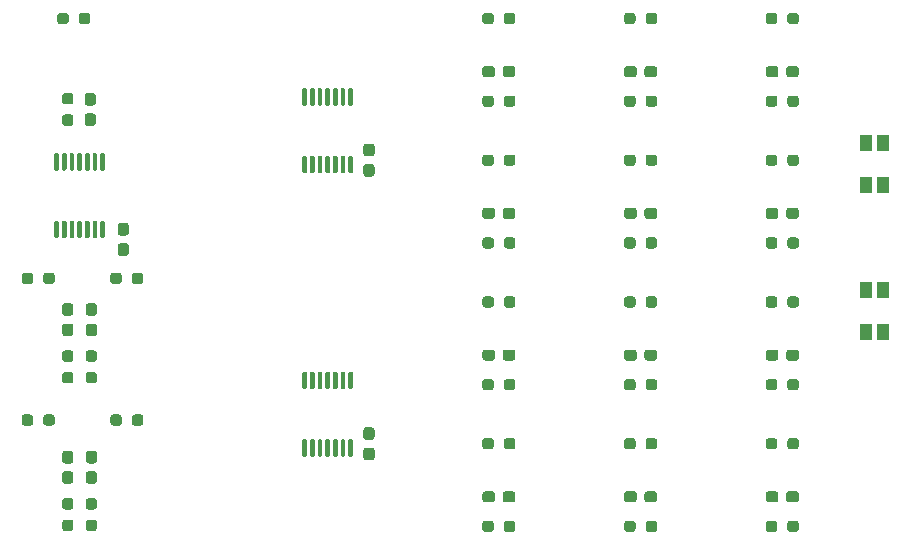
<source format=gbr>
%TF.GenerationSoftware,KiCad,Pcbnew,5.1.12-84ad8e8a86~92~ubuntu20.04.1*%
%TF.CreationDate,2022-04-07T20:47:10+02:00*%
%TF.ProjectId,bkm-15r-mini,626b6d2d-3135-4722-9d6d-696e692e6b69,rev?*%
%TF.SameCoordinates,Original*%
%TF.FileFunction,Paste,Top*%
%TF.FilePolarity,Positive*%
%FSLAX46Y46*%
G04 Gerber Fmt 4.6, Leading zero omitted, Abs format (unit mm)*
G04 Created by KiCad (PCBNEW 5.1.12-84ad8e8a86~92~ubuntu20.04.1) date 2022-04-07 20:47:10*
%MOMM*%
%LPD*%
G01*
G04 APERTURE LIST*
%ADD10R,1.050000X1.400000*%
G04 APERTURE END LIST*
%TO.C,C102*%
G36*
G01*
X158325000Y-34837500D02*
X158325000Y-34362500D01*
G75*
G02*
X158562500Y-34125000I237500J0D01*
G01*
X159162500Y-34125000D01*
G75*
G02*
X159400000Y-34362500I0J-237500D01*
G01*
X159400000Y-34837500D01*
G75*
G02*
X159162500Y-35075000I-237500J0D01*
G01*
X158562500Y-35075000D01*
G75*
G02*
X158325000Y-34837500I0J237500D01*
G01*
G37*
G36*
G01*
X156600000Y-34837500D02*
X156600000Y-34362500D01*
G75*
G02*
X156837500Y-34125000I237500J0D01*
G01*
X157437500Y-34125000D01*
G75*
G02*
X157675000Y-34362500I0J-237500D01*
G01*
X157675000Y-34837500D01*
G75*
G02*
X157437500Y-35075000I-237500J0D01*
G01*
X156837500Y-35075000D01*
G75*
G02*
X156600000Y-34837500I0J237500D01*
G01*
G37*
%TD*%
%TO.C,C103*%
G36*
G01*
X144600000Y-34837500D02*
X144600000Y-34362500D01*
G75*
G02*
X144837500Y-34125000I237500J0D01*
G01*
X145437500Y-34125000D01*
G75*
G02*
X145675000Y-34362500I0J-237500D01*
G01*
X145675000Y-34837500D01*
G75*
G02*
X145437500Y-35075000I-237500J0D01*
G01*
X144837500Y-35075000D01*
G75*
G02*
X144600000Y-34837500I0J237500D01*
G01*
G37*
G36*
G01*
X146325000Y-34837500D02*
X146325000Y-34362500D01*
G75*
G02*
X146562500Y-34125000I237500J0D01*
G01*
X147162500Y-34125000D01*
G75*
G02*
X147400000Y-34362500I0J-237500D01*
G01*
X147400000Y-34837500D01*
G75*
G02*
X147162500Y-35075000I-237500J0D01*
G01*
X146562500Y-35075000D01*
G75*
G02*
X146325000Y-34837500I0J237500D01*
G01*
G37*
%TD*%
%TO.C,C101*%
G36*
G01*
X168600000Y-34837500D02*
X168600000Y-34362500D01*
G75*
G02*
X168837500Y-34125000I237500J0D01*
G01*
X169437500Y-34125000D01*
G75*
G02*
X169675000Y-34362500I0J-237500D01*
G01*
X169675000Y-34837500D01*
G75*
G02*
X169437500Y-35075000I-237500J0D01*
G01*
X168837500Y-35075000D01*
G75*
G02*
X168600000Y-34837500I0J237500D01*
G01*
G37*
G36*
G01*
X170325000Y-34837500D02*
X170325000Y-34362500D01*
G75*
G02*
X170562500Y-34125000I237500J0D01*
G01*
X171162500Y-34125000D01*
G75*
G02*
X171400000Y-34362500I0J-237500D01*
G01*
X171400000Y-34837500D01*
G75*
G02*
X171162500Y-35075000I-237500J0D01*
G01*
X170562500Y-35075000D01*
G75*
G02*
X170325000Y-34837500I0J237500D01*
G01*
G37*
%TD*%
%TO.C,C106*%
G36*
G01*
X144600000Y-46837500D02*
X144600000Y-46362500D01*
G75*
G02*
X144837500Y-46125000I237500J0D01*
G01*
X145437500Y-46125000D01*
G75*
G02*
X145675000Y-46362500I0J-237500D01*
G01*
X145675000Y-46837500D01*
G75*
G02*
X145437500Y-47075000I-237500J0D01*
G01*
X144837500Y-47075000D01*
G75*
G02*
X144600000Y-46837500I0J237500D01*
G01*
G37*
G36*
G01*
X146325000Y-46837500D02*
X146325000Y-46362500D01*
G75*
G02*
X146562500Y-46125000I237500J0D01*
G01*
X147162500Y-46125000D01*
G75*
G02*
X147400000Y-46362500I0J-237500D01*
G01*
X147400000Y-46837500D01*
G75*
G02*
X147162500Y-47075000I-237500J0D01*
G01*
X146562500Y-47075000D01*
G75*
G02*
X146325000Y-46837500I0J237500D01*
G01*
G37*
%TD*%
%TO.C,C104*%
G36*
G01*
X170325000Y-46837500D02*
X170325000Y-46362500D01*
G75*
G02*
X170562500Y-46125000I237500J0D01*
G01*
X171162500Y-46125000D01*
G75*
G02*
X171400000Y-46362500I0J-237500D01*
G01*
X171400000Y-46837500D01*
G75*
G02*
X171162500Y-47075000I-237500J0D01*
G01*
X170562500Y-47075000D01*
G75*
G02*
X170325000Y-46837500I0J237500D01*
G01*
G37*
G36*
G01*
X168600000Y-46837500D02*
X168600000Y-46362500D01*
G75*
G02*
X168837500Y-46125000I237500J0D01*
G01*
X169437500Y-46125000D01*
G75*
G02*
X169675000Y-46362500I0J-237500D01*
G01*
X169675000Y-46837500D01*
G75*
G02*
X169437500Y-47075000I-237500J0D01*
G01*
X168837500Y-47075000D01*
G75*
G02*
X168600000Y-46837500I0J237500D01*
G01*
G37*
%TD*%
%TO.C,C105*%
G36*
G01*
X156600000Y-46837500D02*
X156600000Y-46362500D01*
G75*
G02*
X156837500Y-46125000I237500J0D01*
G01*
X157437500Y-46125000D01*
G75*
G02*
X157675000Y-46362500I0J-237500D01*
G01*
X157675000Y-46837500D01*
G75*
G02*
X157437500Y-47075000I-237500J0D01*
G01*
X156837500Y-47075000D01*
G75*
G02*
X156600000Y-46837500I0J237500D01*
G01*
G37*
G36*
G01*
X158325000Y-46837500D02*
X158325000Y-46362500D01*
G75*
G02*
X158562500Y-46125000I237500J0D01*
G01*
X159162500Y-46125000D01*
G75*
G02*
X159400000Y-46362500I0J-237500D01*
G01*
X159400000Y-46837500D01*
G75*
G02*
X159162500Y-47075000I-237500J0D01*
G01*
X158562500Y-47075000D01*
G75*
G02*
X158325000Y-46837500I0J237500D01*
G01*
G37*
%TD*%
%TO.C,C109*%
G36*
G01*
X146325000Y-58837500D02*
X146325000Y-58362500D01*
G75*
G02*
X146562500Y-58125000I237500J0D01*
G01*
X147162500Y-58125000D01*
G75*
G02*
X147400000Y-58362500I0J-237500D01*
G01*
X147400000Y-58837500D01*
G75*
G02*
X147162500Y-59075000I-237500J0D01*
G01*
X146562500Y-59075000D01*
G75*
G02*
X146325000Y-58837500I0J237500D01*
G01*
G37*
G36*
G01*
X144600000Y-58837500D02*
X144600000Y-58362500D01*
G75*
G02*
X144837500Y-58125000I237500J0D01*
G01*
X145437500Y-58125000D01*
G75*
G02*
X145675000Y-58362500I0J-237500D01*
G01*
X145675000Y-58837500D01*
G75*
G02*
X145437500Y-59075000I-237500J0D01*
G01*
X144837500Y-59075000D01*
G75*
G02*
X144600000Y-58837500I0J237500D01*
G01*
G37*
%TD*%
%TO.C,C107*%
G36*
G01*
X170325000Y-58837500D02*
X170325000Y-58362500D01*
G75*
G02*
X170562500Y-58125000I237500J0D01*
G01*
X171162500Y-58125000D01*
G75*
G02*
X171400000Y-58362500I0J-237500D01*
G01*
X171400000Y-58837500D01*
G75*
G02*
X171162500Y-59075000I-237500J0D01*
G01*
X170562500Y-59075000D01*
G75*
G02*
X170325000Y-58837500I0J237500D01*
G01*
G37*
G36*
G01*
X168600000Y-58837500D02*
X168600000Y-58362500D01*
G75*
G02*
X168837500Y-58125000I237500J0D01*
G01*
X169437500Y-58125000D01*
G75*
G02*
X169675000Y-58362500I0J-237500D01*
G01*
X169675000Y-58837500D01*
G75*
G02*
X169437500Y-59075000I-237500J0D01*
G01*
X168837500Y-59075000D01*
G75*
G02*
X168600000Y-58837500I0J237500D01*
G01*
G37*
%TD*%
%TO.C,C108*%
G36*
G01*
X156600000Y-58837500D02*
X156600000Y-58362500D01*
G75*
G02*
X156837500Y-58125000I237500J0D01*
G01*
X157437500Y-58125000D01*
G75*
G02*
X157675000Y-58362500I0J-237500D01*
G01*
X157675000Y-58837500D01*
G75*
G02*
X157437500Y-59075000I-237500J0D01*
G01*
X156837500Y-59075000D01*
G75*
G02*
X156600000Y-58837500I0J237500D01*
G01*
G37*
G36*
G01*
X158325000Y-58837500D02*
X158325000Y-58362500D01*
G75*
G02*
X158562500Y-58125000I237500J0D01*
G01*
X159162500Y-58125000D01*
G75*
G02*
X159400000Y-58362500I0J-237500D01*
G01*
X159400000Y-58837500D01*
G75*
G02*
X159162500Y-59075000I-237500J0D01*
G01*
X158562500Y-59075000D01*
G75*
G02*
X158325000Y-58837500I0J237500D01*
G01*
G37*
%TD*%
%TO.C,C110*%
G36*
G01*
X170325000Y-70837500D02*
X170325000Y-70362500D01*
G75*
G02*
X170562500Y-70125000I237500J0D01*
G01*
X171162500Y-70125000D01*
G75*
G02*
X171400000Y-70362500I0J-237500D01*
G01*
X171400000Y-70837500D01*
G75*
G02*
X171162500Y-71075000I-237500J0D01*
G01*
X170562500Y-71075000D01*
G75*
G02*
X170325000Y-70837500I0J237500D01*
G01*
G37*
G36*
G01*
X168600000Y-70837500D02*
X168600000Y-70362500D01*
G75*
G02*
X168837500Y-70125000I237500J0D01*
G01*
X169437500Y-70125000D01*
G75*
G02*
X169675000Y-70362500I0J-237500D01*
G01*
X169675000Y-70837500D01*
G75*
G02*
X169437500Y-71075000I-237500J0D01*
G01*
X168837500Y-71075000D01*
G75*
G02*
X168600000Y-70837500I0J237500D01*
G01*
G37*
%TD*%
%TO.C,C111*%
G36*
G01*
X158325000Y-70837500D02*
X158325000Y-70362500D01*
G75*
G02*
X158562500Y-70125000I237500J0D01*
G01*
X159162500Y-70125000D01*
G75*
G02*
X159400000Y-70362500I0J-237500D01*
G01*
X159400000Y-70837500D01*
G75*
G02*
X159162500Y-71075000I-237500J0D01*
G01*
X158562500Y-71075000D01*
G75*
G02*
X158325000Y-70837500I0J237500D01*
G01*
G37*
G36*
G01*
X156600000Y-70837500D02*
X156600000Y-70362500D01*
G75*
G02*
X156837500Y-70125000I237500J0D01*
G01*
X157437500Y-70125000D01*
G75*
G02*
X157675000Y-70362500I0J-237500D01*
G01*
X157675000Y-70837500D01*
G75*
G02*
X157437500Y-71075000I-237500J0D01*
G01*
X156837500Y-71075000D01*
G75*
G02*
X156600000Y-70837500I0J237500D01*
G01*
G37*
%TD*%
%TO.C,C112*%
G36*
G01*
X146325000Y-70837500D02*
X146325000Y-70362500D01*
G75*
G02*
X146562500Y-70125000I237500J0D01*
G01*
X147162500Y-70125000D01*
G75*
G02*
X147400000Y-70362500I0J-237500D01*
G01*
X147400000Y-70837500D01*
G75*
G02*
X147162500Y-71075000I-237500J0D01*
G01*
X146562500Y-71075000D01*
G75*
G02*
X146325000Y-70837500I0J237500D01*
G01*
G37*
G36*
G01*
X144600000Y-70837500D02*
X144600000Y-70362500D01*
G75*
G02*
X144837500Y-70125000I237500J0D01*
G01*
X145437500Y-70125000D01*
G75*
G02*
X145675000Y-70362500I0J-237500D01*
G01*
X145675000Y-70837500D01*
G75*
G02*
X145437500Y-71075000I-237500J0D01*
G01*
X144837500Y-71075000D01*
G75*
G02*
X144600000Y-70837500I0J237500D01*
G01*
G37*
%TD*%
%TO.C,C113*%
G36*
G01*
X134762500Y-40700000D02*
X135237500Y-40700000D01*
G75*
G02*
X135475000Y-40937500I0J-237500D01*
G01*
X135475000Y-41537500D01*
G75*
G02*
X135237500Y-41775000I-237500J0D01*
G01*
X134762500Y-41775000D01*
G75*
G02*
X134525000Y-41537500I0J237500D01*
G01*
X134525000Y-40937500D01*
G75*
G02*
X134762500Y-40700000I237500J0D01*
G01*
G37*
G36*
G01*
X134762500Y-42425000D02*
X135237500Y-42425000D01*
G75*
G02*
X135475000Y-42662500I0J-237500D01*
G01*
X135475000Y-43262500D01*
G75*
G02*
X135237500Y-43500000I-237500J0D01*
G01*
X134762500Y-43500000D01*
G75*
G02*
X134525000Y-43262500I0J237500D01*
G01*
X134525000Y-42662500D01*
G75*
G02*
X134762500Y-42425000I237500J0D01*
G01*
G37*
%TD*%
%TO.C,C114*%
G36*
G01*
X134762500Y-66425000D02*
X135237500Y-66425000D01*
G75*
G02*
X135475000Y-66662500I0J-237500D01*
G01*
X135475000Y-67262500D01*
G75*
G02*
X135237500Y-67500000I-237500J0D01*
G01*
X134762500Y-67500000D01*
G75*
G02*
X134525000Y-67262500I0J237500D01*
G01*
X134525000Y-66662500D01*
G75*
G02*
X134762500Y-66425000I237500J0D01*
G01*
G37*
G36*
G01*
X134762500Y-64700000D02*
X135237500Y-64700000D01*
G75*
G02*
X135475000Y-64937500I0J-237500D01*
G01*
X135475000Y-65537500D01*
G75*
G02*
X135237500Y-65775000I-237500J0D01*
G01*
X134762500Y-65775000D01*
G75*
G02*
X134525000Y-65537500I0J237500D01*
G01*
X134525000Y-64937500D01*
G75*
G02*
X134762500Y-64700000I237500J0D01*
G01*
G37*
%TD*%
%TO.C,C201*%
G36*
G01*
X111262500Y-54200000D02*
X111737500Y-54200000D01*
G75*
G02*
X111975000Y-54437500I0J-237500D01*
G01*
X111975000Y-55037500D01*
G75*
G02*
X111737500Y-55275000I-237500J0D01*
G01*
X111262500Y-55275000D01*
G75*
G02*
X111025000Y-55037500I0J237500D01*
G01*
X111025000Y-54437500D01*
G75*
G02*
X111262500Y-54200000I237500J0D01*
G01*
G37*
G36*
G01*
X111262500Y-55925000D02*
X111737500Y-55925000D01*
G75*
G02*
X111975000Y-56162500I0J-237500D01*
G01*
X111975000Y-56762500D01*
G75*
G02*
X111737500Y-57000000I-237500J0D01*
G01*
X111262500Y-57000000D01*
G75*
G02*
X111025000Y-56762500I0J237500D01*
G01*
X111025000Y-56162500D01*
G75*
G02*
X111262500Y-55925000I237500J0D01*
G01*
G37*
%TD*%
%TO.C,C202*%
G36*
G01*
X109262500Y-54200000D02*
X109737500Y-54200000D01*
G75*
G02*
X109975000Y-54437500I0J-237500D01*
G01*
X109975000Y-55037500D01*
G75*
G02*
X109737500Y-55275000I-237500J0D01*
G01*
X109262500Y-55275000D01*
G75*
G02*
X109025000Y-55037500I0J237500D01*
G01*
X109025000Y-54437500D01*
G75*
G02*
X109262500Y-54200000I237500J0D01*
G01*
G37*
G36*
G01*
X109262500Y-55925000D02*
X109737500Y-55925000D01*
G75*
G02*
X109975000Y-56162500I0J-237500D01*
G01*
X109975000Y-56762500D01*
G75*
G02*
X109737500Y-57000000I-237500J0D01*
G01*
X109262500Y-57000000D01*
G75*
G02*
X109025000Y-56762500I0J237500D01*
G01*
X109025000Y-56162500D01*
G75*
G02*
X109262500Y-55925000I237500J0D01*
G01*
G37*
%TD*%
%TO.C,C203*%
G36*
G01*
X111262500Y-66700000D02*
X111737500Y-66700000D01*
G75*
G02*
X111975000Y-66937500I0J-237500D01*
G01*
X111975000Y-67537500D01*
G75*
G02*
X111737500Y-67775000I-237500J0D01*
G01*
X111262500Y-67775000D01*
G75*
G02*
X111025000Y-67537500I0J237500D01*
G01*
X111025000Y-66937500D01*
G75*
G02*
X111262500Y-66700000I237500J0D01*
G01*
G37*
G36*
G01*
X111262500Y-68425000D02*
X111737500Y-68425000D01*
G75*
G02*
X111975000Y-68662500I0J-237500D01*
G01*
X111975000Y-69262500D01*
G75*
G02*
X111737500Y-69500000I-237500J0D01*
G01*
X111262500Y-69500000D01*
G75*
G02*
X111025000Y-69262500I0J237500D01*
G01*
X111025000Y-68662500D01*
G75*
G02*
X111262500Y-68425000I237500J0D01*
G01*
G37*
%TD*%
%TO.C,C204*%
G36*
G01*
X109262500Y-68425000D02*
X109737500Y-68425000D01*
G75*
G02*
X109975000Y-68662500I0J-237500D01*
G01*
X109975000Y-69262500D01*
G75*
G02*
X109737500Y-69500000I-237500J0D01*
G01*
X109262500Y-69500000D01*
G75*
G02*
X109025000Y-69262500I0J237500D01*
G01*
X109025000Y-68662500D01*
G75*
G02*
X109262500Y-68425000I237500J0D01*
G01*
G37*
G36*
G01*
X109262500Y-66700000D02*
X109737500Y-66700000D01*
G75*
G02*
X109975000Y-66937500I0J-237500D01*
G01*
X109975000Y-67537500D01*
G75*
G02*
X109737500Y-67775000I-237500J0D01*
G01*
X109262500Y-67775000D01*
G75*
G02*
X109025000Y-67537500I0J237500D01*
G01*
X109025000Y-66937500D01*
G75*
G02*
X109262500Y-66700000I237500J0D01*
G01*
G37*
%TD*%
%TO.C,C205*%
G36*
G01*
X111637500Y-39200000D02*
X111162500Y-39200000D01*
G75*
G02*
X110925000Y-38962500I0J237500D01*
G01*
X110925000Y-38362500D01*
G75*
G02*
X111162500Y-38125000I237500J0D01*
G01*
X111637500Y-38125000D01*
G75*
G02*
X111875000Y-38362500I0J-237500D01*
G01*
X111875000Y-38962500D01*
G75*
G02*
X111637500Y-39200000I-237500J0D01*
G01*
G37*
G36*
G01*
X111637500Y-37475000D02*
X111162500Y-37475000D01*
G75*
G02*
X110925000Y-37237500I0J237500D01*
G01*
X110925000Y-36637500D01*
G75*
G02*
X111162500Y-36400000I237500J0D01*
G01*
X111637500Y-36400000D01*
G75*
G02*
X111875000Y-36637500I0J-237500D01*
G01*
X111875000Y-37237500D01*
G75*
G02*
X111637500Y-37475000I-237500J0D01*
G01*
G37*
%TD*%
%TO.C,C206*%
G36*
G01*
X114437500Y-48475000D02*
X113962500Y-48475000D01*
G75*
G02*
X113725000Y-48237500I0J237500D01*
G01*
X113725000Y-47637500D01*
G75*
G02*
X113962500Y-47400000I237500J0D01*
G01*
X114437500Y-47400000D01*
G75*
G02*
X114675000Y-47637500I0J-237500D01*
G01*
X114675000Y-48237500D01*
G75*
G02*
X114437500Y-48475000I-237500J0D01*
G01*
G37*
G36*
G01*
X114437500Y-50200000D02*
X113962500Y-50200000D01*
G75*
G02*
X113725000Y-49962500I0J237500D01*
G01*
X113725000Y-49362500D01*
G75*
G02*
X113962500Y-49125000I237500J0D01*
G01*
X114437500Y-49125000D01*
G75*
G02*
X114675000Y-49362500I0J-237500D01*
G01*
X114675000Y-49962500D01*
G75*
G02*
X114437500Y-50200000I-237500J0D01*
G01*
G37*
%TD*%
%TO.C,R102*%
G36*
G01*
X157575000Y-29862500D02*
X157575000Y-30337500D01*
G75*
G02*
X157337500Y-30575000I-237500J0D01*
G01*
X156837500Y-30575000D01*
G75*
G02*
X156600000Y-30337500I0J237500D01*
G01*
X156600000Y-29862500D01*
G75*
G02*
X156837500Y-29625000I237500J0D01*
G01*
X157337500Y-29625000D01*
G75*
G02*
X157575000Y-29862500I0J-237500D01*
G01*
G37*
G36*
G01*
X159400000Y-29862500D02*
X159400000Y-30337500D01*
G75*
G02*
X159162500Y-30575000I-237500J0D01*
G01*
X158662500Y-30575000D01*
G75*
G02*
X158425000Y-30337500I0J237500D01*
G01*
X158425000Y-29862500D01*
G75*
G02*
X158662500Y-29625000I237500J0D01*
G01*
X159162500Y-29625000D01*
G75*
G02*
X159400000Y-29862500I0J-237500D01*
G01*
G37*
%TD*%
%TO.C,R103*%
G36*
G01*
X145575000Y-29862500D02*
X145575000Y-30337500D01*
G75*
G02*
X145337500Y-30575000I-237500J0D01*
G01*
X144837500Y-30575000D01*
G75*
G02*
X144600000Y-30337500I0J237500D01*
G01*
X144600000Y-29862500D01*
G75*
G02*
X144837500Y-29625000I237500J0D01*
G01*
X145337500Y-29625000D01*
G75*
G02*
X145575000Y-29862500I0J-237500D01*
G01*
G37*
G36*
G01*
X147400000Y-29862500D02*
X147400000Y-30337500D01*
G75*
G02*
X147162500Y-30575000I-237500J0D01*
G01*
X146662500Y-30575000D01*
G75*
G02*
X146425000Y-30337500I0J237500D01*
G01*
X146425000Y-29862500D01*
G75*
G02*
X146662500Y-29625000I237500J0D01*
G01*
X147162500Y-29625000D01*
G75*
G02*
X147400000Y-29862500I0J-237500D01*
G01*
G37*
%TD*%
%TO.C,R101*%
G36*
G01*
X171400000Y-29862500D02*
X171400000Y-30337500D01*
G75*
G02*
X171162500Y-30575000I-237500J0D01*
G01*
X170662500Y-30575000D01*
G75*
G02*
X170425000Y-30337500I0J237500D01*
G01*
X170425000Y-29862500D01*
G75*
G02*
X170662500Y-29625000I237500J0D01*
G01*
X171162500Y-29625000D01*
G75*
G02*
X171400000Y-29862500I0J-237500D01*
G01*
G37*
G36*
G01*
X169575000Y-29862500D02*
X169575000Y-30337500D01*
G75*
G02*
X169337500Y-30575000I-237500J0D01*
G01*
X168837500Y-30575000D01*
G75*
G02*
X168600000Y-30337500I0J237500D01*
G01*
X168600000Y-29862500D01*
G75*
G02*
X168837500Y-29625000I237500J0D01*
G01*
X169337500Y-29625000D01*
G75*
G02*
X169575000Y-29862500I0J-237500D01*
G01*
G37*
%TD*%
%TO.C,R105*%
G36*
G01*
X159400000Y-36862500D02*
X159400000Y-37337500D01*
G75*
G02*
X159162500Y-37575000I-237500J0D01*
G01*
X158662500Y-37575000D01*
G75*
G02*
X158425000Y-37337500I0J237500D01*
G01*
X158425000Y-36862500D01*
G75*
G02*
X158662500Y-36625000I237500J0D01*
G01*
X159162500Y-36625000D01*
G75*
G02*
X159400000Y-36862500I0J-237500D01*
G01*
G37*
G36*
G01*
X157575000Y-36862500D02*
X157575000Y-37337500D01*
G75*
G02*
X157337500Y-37575000I-237500J0D01*
G01*
X156837500Y-37575000D01*
G75*
G02*
X156600000Y-37337500I0J237500D01*
G01*
X156600000Y-36862500D01*
G75*
G02*
X156837500Y-36625000I237500J0D01*
G01*
X157337500Y-36625000D01*
G75*
G02*
X157575000Y-36862500I0J-237500D01*
G01*
G37*
%TD*%
%TO.C,R106*%
G36*
G01*
X147400000Y-36862500D02*
X147400000Y-37337500D01*
G75*
G02*
X147162500Y-37575000I-237500J0D01*
G01*
X146662500Y-37575000D01*
G75*
G02*
X146425000Y-37337500I0J237500D01*
G01*
X146425000Y-36862500D01*
G75*
G02*
X146662500Y-36625000I237500J0D01*
G01*
X147162500Y-36625000D01*
G75*
G02*
X147400000Y-36862500I0J-237500D01*
G01*
G37*
G36*
G01*
X145575000Y-36862500D02*
X145575000Y-37337500D01*
G75*
G02*
X145337500Y-37575000I-237500J0D01*
G01*
X144837500Y-37575000D01*
G75*
G02*
X144600000Y-37337500I0J237500D01*
G01*
X144600000Y-36862500D01*
G75*
G02*
X144837500Y-36625000I237500J0D01*
G01*
X145337500Y-36625000D01*
G75*
G02*
X145575000Y-36862500I0J-237500D01*
G01*
G37*
%TD*%
%TO.C,R104*%
G36*
G01*
X171400000Y-36862500D02*
X171400000Y-37337500D01*
G75*
G02*
X171162500Y-37575000I-237500J0D01*
G01*
X170662500Y-37575000D01*
G75*
G02*
X170425000Y-37337500I0J237500D01*
G01*
X170425000Y-36862500D01*
G75*
G02*
X170662500Y-36625000I237500J0D01*
G01*
X171162500Y-36625000D01*
G75*
G02*
X171400000Y-36862500I0J-237500D01*
G01*
G37*
G36*
G01*
X169575000Y-36862500D02*
X169575000Y-37337500D01*
G75*
G02*
X169337500Y-37575000I-237500J0D01*
G01*
X168837500Y-37575000D01*
G75*
G02*
X168600000Y-37337500I0J237500D01*
G01*
X168600000Y-36862500D01*
G75*
G02*
X168837500Y-36625000I237500J0D01*
G01*
X169337500Y-36625000D01*
G75*
G02*
X169575000Y-36862500I0J-237500D01*
G01*
G37*
%TD*%
%TO.C,R109*%
G36*
G01*
X147400000Y-41862500D02*
X147400000Y-42337500D01*
G75*
G02*
X147162500Y-42575000I-237500J0D01*
G01*
X146662500Y-42575000D01*
G75*
G02*
X146425000Y-42337500I0J237500D01*
G01*
X146425000Y-41862500D01*
G75*
G02*
X146662500Y-41625000I237500J0D01*
G01*
X147162500Y-41625000D01*
G75*
G02*
X147400000Y-41862500I0J-237500D01*
G01*
G37*
G36*
G01*
X145575000Y-41862500D02*
X145575000Y-42337500D01*
G75*
G02*
X145337500Y-42575000I-237500J0D01*
G01*
X144837500Y-42575000D01*
G75*
G02*
X144600000Y-42337500I0J237500D01*
G01*
X144600000Y-41862500D01*
G75*
G02*
X144837500Y-41625000I237500J0D01*
G01*
X145337500Y-41625000D01*
G75*
G02*
X145575000Y-41862500I0J-237500D01*
G01*
G37*
%TD*%
%TO.C,R107*%
G36*
G01*
X169575000Y-41862500D02*
X169575000Y-42337500D01*
G75*
G02*
X169337500Y-42575000I-237500J0D01*
G01*
X168837500Y-42575000D01*
G75*
G02*
X168600000Y-42337500I0J237500D01*
G01*
X168600000Y-41862500D01*
G75*
G02*
X168837500Y-41625000I237500J0D01*
G01*
X169337500Y-41625000D01*
G75*
G02*
X169575000Y-41862500I0J-237500D01*
G01*
G37*
G36*
G01*
X171400000Y-41862500D02*
X171400000Y-42337500D01*
G75*
G02*
X171162500Y-42575000I-237500J0D01*
G01*
X170662500Y-42575000D01*
G75*
G02*
X170425000Y-42337500I0J237500D01*
G01*
X170425000Y-41862500D01*
G75*
G02*
X170662500Y-41625000I237500J0D01*
G01*
X171162500Y-41625000D01*
G75*
G02*
X171400000Y-41862500I0J-237500D01*
G01*
G37*
%TD*%
%TO.C,R108*%
G36*
G01*
X157575000Y-41862500D02*
X157575000Y-42337500D01*
G75*
G02*
X157337500Y-42575000I-237500J0D01*
G01*
X156837500Y-42575000D01*
G75*
G02*
X156600000Y-42337500I0J237500D01*
G01*
X156600000Y-41862500D01*
G75*
G02*
X156837500Y-41625000I237500J0D01*
G01*
X157337500Y-41625000D01*
G75*
G02*
X157575000Y-41862500I0J-237500D01*
G01*
G37*
G36*
G01*
X159400000Y-41862500D02*
X159400000Y-42337500D01*
G75*
G02*
X159162500Y-42575000I-237500J0D01*
G01*
X158662500Y-42575000D01*
G75*
G02*
X158425000Y-42337500I0J237500D01*
G01*
X158425000Y-41862500D01*
G75*
G02*
X158662500Y-41625000I237500J0D01*
G01*
X159162500Y-41625000D01*
G75*
G02*
X159400000Y-41862500I0J-237500D01*
G01*
G37*
%TD*%
%TO.C,R112*%
G36*
G01*
X145575000Y-48862500D02*
X145575000Y-49337500D01*
G75*
G02*
X145337500Y-49575000I-237500J0D01*
G01*
X144837500Y-49575000D01*
G75*
G02*
X144600000Y-49337500I0J237500D01*
G01*
X144600000Y-48862500D01*
G75*
G02*
X144837500Y-48625000I237500J0D01*
G01*
X145337500Y-48625000D01*
G75*
G02*
X145575000Y-48862500I0J-237500D01*
G01*
G37*
G36*
G01*
X147400000Y-48862500D02*
X147400000Y-49337500D01*
G75*
G02*
X147162500Y-49575000I-237500J0D01*
G01*
X146662500Y-49575000D01*
G75*
G02*
X146425000Y-49337500I0J237500D01*
G01*
X146425000Y-48862500D01*
G75*
G02*
X146662500Y-48625000I237500J0D01*
G01*
X147162500Y-48625000D01*
G75*
G02*
X147400000Y-48862500I0J-237500D01*
G01*
G37*
%TD*%
%TO.C,R110*%
G36*
G01*
X169575000Y-48862500D02*
X169575000Y-49337500D01*
G75*
G02*
X169337500Y-49575000I-237500J0D01*
G01*
X168837500Y-49575000D01*
G75*
G02*
X168600000Y-49337500I0J237500D01*
G01*
X168600000Y-48862500D01*
G75*
G02*
X168837500Y-48625000I237500J0D01*
G01*
X169337500Y-48625000D01*
G75*
G02*
X169575000Y-48862500I0J-237500D01*
G01*
G37*
G36*
G01*
X171400000Y-48862500D02*
X171400000Y-49337500D01*
G75*
G02*
X171162500Y-49575000I-237500J0D01*
G01*
X170662500Y-49575000D01*
G75*
G02*
X170425000Y-49337500I0J237500D01*
G01*
X170425000Y-48862500D01*
G75*
G02*
X170662500Y-48625000I237500J0D01*
G01*
X171162500Y-48625000D01*
G75*
G02*
X171400000Y-48862500I0J-237500D01*
G01*
G37*
%TD*%
%TO.C,R111*%
G36*
G01*
X159400000Y-48862500D02*
X159400000Y-49337500D01*
G75*
G02*
X159162500Y-49575000I-237500J0D01*
G01*
X158662500Y-49575000D01*
G75*
G02*
X158425000Y-49337500I0J237500D01*
G01*
X158425000Y-48862500D01*
G75*
G02*
X158662500Y-48625000I237500J0D01*
G01*
X159162500Y-48625000D01*
G75*
G02*
X159400000Y-48862500I0J-237500D01*
G01*
G37*
G36*
G01*
X157575000Y-48862500D02*
X157575000Y-49337500D01*
G75*
G02*
X157337500Y-49575000I-237500J0D01*
G01*
X156837500Y-49575000D01*
G75*
G02*
X156600000Y-49337500I0J237500D01*
G01*
X156600000Y-48862500D01*
G75*
G02*
X156837500Y-48625000I237500J0D01*
G01*
X157337500Y-48625000D01*
G75*
G02*
X157575000Y-48862500I0J-237500D01*
G01*
G37*
%TD*%
%TO.C,R115*%
G36*
G01*
X147400000Y-53862500D02*
X147400000Y-54337500D01*
G75*
G02*
X147162500Y-54575000I-237500J0D01*
G01*
X146662500Y-54575000D01*
G75*
G02*
X146425000Y-54337500I0J237500D01*
G01*
X146425000Y-53862500D01*
G75*
G02*
X146662500Y-53625000I237500J0D01*
G01*
X147162500Y-53625000D01*
G75*
G02*
X147400000Y-53862500I0J-237500D01*
G01*
G37*
G36*
G01*
X145575000Y-53862500D02*
X145575000Y-54337500D01*
G75*
G02*
X145337500Y-54575000I-237500J0D01*
G01*
X144837500Y-54575000D01*
G75*
G02*
X144600000Y-54337500I0J237500D01*
G01*
X144600000Y-53862500D01*
G75*
G02*
X144837500Y-53625000I237500J0D01*
G01*
X145337500Y-53625000D01*
G75*
G02*
X145575000Y-53862500I0J-237500D01*
G01*
G37*
%TD*%
%TO.C,R113*%
G36*
G01*
X171400000Y-53862500D02*
X171400000Y-54337500D01*
G75*
G02*
X171162500Y-54575000I-237500J0D01*
G01*
X170662500Y-54575000D01*
G75*
G02*
X170425000Y-54337500I0J237500D01*
G01*
X170425000Y-53862500D01*
G75*
G02*
X170662500Y-53625000I237500J0D01*
G01*
X171162500Y-53625000D01*
G75*
G02*
X171400000Y-53862500I0J-237500D01*
G01*
G37*
G36*
G01*
X169575000Y-53862500D02*
X169575000Y-54337500D01*
G75*
G02*
X169337500Y-54575000I-237500J0D01*
G01*
X168837500Y-54575000D01*
G75*
G02*
X168600000Y-54337500I0J237500D01*
G01*
X168600000Y-53862500D01*
G75*
G02*
X168837500Y-53625000I237500J0D01*
G01*
X169337500Y-53625000D01*
G75*
G02*
X169575000Y-53862500I0J-237500D01*
G01*
G37*
%TD*%
%TO.C,R114*%
G36*
G01*
X157575000Y-53862500D02*
X157575000Y-54337500D01*
G75*
G02*
X157337500Y-54575000I-237500J0D01*
G01*
X156837500Y-54575000D01*
G75*
G02*
X156600000Y-54337500I0J237500D01*
G01*
X156600000Y-53862500D01*
G75*
G02*
X156837500Y-53625000I237500J0D01*
G01*
X157337500Y-53625000D01*
G75*
G02*
X157575000Y-53862500I0J-237500D01*
G01*
G37*
G36*
G01*
X159400000Y-53862500D02*
X159400000Y-54337500D01*
G75*
G02*
X159162500Y-54575000I-237500J0D01*
G01*
X158662500Y-54575000D01*
G75*
G02*
X158425000Y-54337500I0J237500D01*
G01*
X158425000Y-53862500D01*
G75*
G02*
X158662500Y-53625000I237500J0D01*
G01*
X159162500Y-53625000D01*
G75*
G02*
X159400000Y-53862500I0J-237500D01*
G01*
G37*
%TD*%
%TO.C,R118*%
G36*
G01*
X145575000Y-60862500D02*
X145575000Y-61337500D01*
G75*
G02*
X145337500Y-61575000I-237500J0D01*
G01*
X144837500Y-61575000D01*
G75*
G02*
X144600000Y-61337500I0J237500D01*
G01*
X144600000Y-60862500D01*
G75*
G02*
X144837500Y-60625000I237500J0D01*
G01*
X145337500Y-60625000D01*
G75*
G02*
X145575000Y-60862500I0J-237500D01*
G01*
G37*
G36*
G01*
X147400000Y-60862500D02*
X147400000Y-61337500D01*
G75*
G02*
X147162500Y-61575000I-237500J0D01*
G01*
X146662500Y-61575000D01*
G75*
G02*
X146425000Y-61337500I0J237500D01*
G01*
X146425000Y-60862500D01*
G75*
G02*
X146662500Y-60625000I237500J0D01*
G01*
X147162500Y-60625000D01*
G75*
G02*
X147400000Y-60862500I0J-237500D01*
G01*
G37*
%TD*%
%TO.C,R116*%
G36*
G01*
X169575000Y-60862500D02*
X169575000Y-61337500D01*
G75*
G02*
X169337500Y-61575000I-237500J0D01*
G01*
X168837500Y-61575000D01*
G75*
G02*
X168600000Y-61337500I0J237500D01*
G01*
X168600000Y-60862500D01*
G75*
G02*
X168837500Y-60625000I237500J0D01*
G01*
X169337500Y-60625000D01*
G75*
G02*
X169575000Y-60862500I0J-237500D01*
G01*
G37*
G36*
G01*
X171400000Y-60862500D02*
X171400000Y-61337500D01*
G75*
G02*
X171162500Y-61575000I-237500J0D01*
G01*
X170662500Y-61575000D01*
G75*
G02*
X170425000Y-61337500I0J237500D01*
G01*
X170425000Y-60862500D01*
G75*
G02*
X170662500Y-60625000I237500J0D01*
G01*
X171162500Y-60625000D01*
G75*
G02*
X171400000Y-60862500I0J-237500D01*
G01*
G37*
%TD*%
%TO.C,R117*%
G36*
G01*
X157575000Y-60862500D02*
X157575000Y-61337500D01*
G75*
G02*
X157337500Y-61575000I-237500J0D01*
G01*
X156837500Y-61575000D01*
G75*
G02*
X156600000Y-61337500I0J237500D01*
G01*
X156600000Y-60862500D01*
G75*
G02*
X156837500Y-60625000I237500J0D01*
G01*
X157337500Y-60625000D01*
G75*
G02*
X157575000Y-60862500I0J-237500D01*
G01*
G37*
G36*
G01*
X159400000Y-60862500D02*
X159400000Y-61337500D01*
G75*
G02*
X159162500Y-61575000I-237500J0D01*
G01*
X158662500Y-61575000D01*
G75*
G02*
X158425000Y-61337500I0J237500D01*
G01*
X158425000Y-60862500D01*
G75*
G02*
X158662500Y-60625000I237500J0D01*
G01*
X159162500Y-60625000D01*
G75*
G02*
X159400000Y-60862500I0J-237500D01*
G01*
G37*
%TD*%
%TO.C,R119*%
G36*
G01*
X171400000Y-65862500D02*
X171400000Y-66337500D01*
G75*
G02*
X171162500Y-66575000I-237500J0D01*
G01*
X170662500Y-66575000D01*
G75*
G02*
X170425000Y-66337500I0J237500D01*
G01*
X170425000Y-65862500D01*
G75*
G02*
X170662500Y-65625000I237500J0D01*
G01*
X171162500Y-65625000D01*
G75*
G02*
X171400000Y-65862500I0J-237500D01*
G01*
G37*
G36*
G01*
X169575000Y-65862500D02*
X169575000Y-66337500D01*
G75*
G02*
X169337500Y-66575000I-237500J0D01*
G01*
X168837500Y-66575000D01*
G75*
G02*
X168600000Y-66337500I0J237500D01*
G01*
X168600000Y-65862500D01*
G75*
G02*
X168837500Y-65625000I237500J0D01*
G01*
X169337500Y-65625000D01*
G75*
G02*
X169575000Y-65862500I0J-237500D01*
G01*
G37*
%TD*%
%TO.C,R120*%
G36*
G01*
X159400000Y-65862500D02*
X159400000Y-66337500D01*
G75*
G02*
X159162500Y-66575000I-237500J0D01*
G01*
X158662500Y-66575000D01*
G75*
G02*
X158425000Y-66337500I0J237500D01*
G01*
X158425000Y-65862500D01*
G75*
G02*
X158662500Y-65625000I237500J0D01*
G01*
X159162500Y-65625000D01*
G75*
G02*
X159400000Y-65862500I0J-237500D01*
G01*
G37*
G36*
G01*
X157575000Y-65862500D02*
X157575000Y-66337500D01*
G75*
G02*
X157337500Y-66575000I-237500J0D01*
G01*
X156837500Y-66575000D01*
G75*
G02*
X156600000Y-66337500I0J237500D01*
G01*
X156600000Y-65862500D01*
G75*
G02*
X156837500Y-65625000I237500J0D01*
G01*
X157337500Y-65625000D01*
G75*
G02*
X157575000Y-65862500I0J-237500D01*
G01*
G37*
%TD*%
%TO.C,R121*%
G36*
G01*
X147400000Y-65862500D02*
X147400000Y-66337500D01*
G75*
G02*
X147162500Y-66575000I-237500J0D01*
G01*
X146662500Y-66575000D01*
G75*
G02*
X146425000Y-66337500I0J237500D01*
G01*
X146425000Y-65862500D01*
G75*
G02*
X146662500Y-65625000I237500J0D01*
G01*
X147162500Y-65625000D01*
G75*
G02*
X147400000Y-65862500I0J-237500D01*
G01*
G37*
G36*
G01*
X145575000Y-65862500D02*
X145575000Y-66337500D01*
G75*
G02*
X145337500Y-66575000I-237500J0D01*
G01*
X144837500Y-66575000D01*
G75*
G02*
X144600000Y-66337500I0J237500D01*
G01*
X144600000Y-65862500D01*
G75*
G02*
X144837500Y-65625000I237500J0D01*
G01*
X145337500Y-65625000D01*
G75*
G02*
X145575000Y-65862500I0J-237500D01*
G01*
G37*
%TD*%
%TO.C,R122*%
G36*
G01*
X169575000Y-72862500D02*
X169575000Y-73337500D01*
G75*
G02*
X169337500Y-73575000I-237500J0D01*
G01*
X168837500Y-73575000D01*
G75*
G02*
X168600000Y-73337500I0J237500D01*
G01*
X168600000Y-72862500D01*
G75*
G02*
X168837500Y-72625000I237500J0D01*
G01*
X169337500Y-72625000D01*
G75*
G02*
X169575000Y-72862500I0J-237500D01*
G01*
G37*
G36*
G01*
X171400000Y-72862500D02*
X171400000Y-73337500D01*
G75*
G02*
X171162500Y-73575000I-237500J0D01*
G01*
X170662500Y-73575000D01*
G75*
G02*
X170425000Y-73337500I0J237500D01*
G01*
X170425000Y-72862500D01*
G75*
G02*
X170662500Y-72625000I237500J0D01*
G01*
X171162500Y-72625000D01*
G75*
G02*
X171400000Y-72862500I0J-237500D01*
G01*
G37*
%TD*%
%TO.C,R123*%
G36*
G01*
X157575000Y-72862500D02*
X157575000Y-73337500D01*
G75*
G02*
X157337500Y-73575000I-237500J0D01*
G01*
X156837500Y-73575000D01*
G75*
G02*
X156600000Y-73337500I0J237500D01*
G01*
X156600000Y-72862500D01*
G75*
G02*
X156837500Y-72625000I237500J0D01*
G01*
X157337500Y-72625000D01*
G75*
G02*
X157575000Y-72862500I0J-237500D01*
G01*
G37*
G36*
G01*
X159400000Y-72862500D02*
X159400000Y-73337500D01*
G75*
G02*
X159162500Y-73575000I-237500J0D01*
G01*
X158662500Y-73575000D01*
G75*
G02*
X158425000Y-73337500I0J237500D01*
G01*
X158425000Y-72862500D01*
G75*
G02*
X158662500Y-72625000I237500J0D01*
G01*
X159162500Y-72625000D01*
G75*
G02*
X159400000Y-72862500I0J-237500D01*
G01*
G37*
%TD*%
%TO.C,R124*%
G36*
G01*
X147400000Y-72862500D02*
X147400000Y-73337500D01*
G75*
G02*
X147162500Y-73575000I-237500J0D01*
G01*
X146662500Y-73575000D01*
G75*
G02*
X146425000Y-73337500I0J237500D01*
G01*
X146425000Y-72862500D01*
G75*
G02*
X146662500Y-72625000I237500J0D01*
G01*
X147162500Y-72625000D01*
G75*
G02*
X147400000Y-72862500I0J-237500D01*
G01*
G37*
G36*
G01*
X145575000Y-72862500D02*
X145575000Y-73337500D01*
G75*
G02*
X145337500Y-73575000I-237500J0D01*
G01*
X144837500Y-73575000D01*
G75*
G02*
X144600000Y-73337500I0J237500D01*
G01*
X144600000Y-72862500D01*
G75*
G02*
X144837500Y-72625000I237500J0D01*
G01*
X145337500Y-72625000D01*
G75*
G02*
X145575000Y-72862500I0J-237500D01*
G01*
G37*
%TD*%
%TO.C,R201*%
G36*
G01*
X111737500Y-59175000D02*
X111262500Y-59175000D01*
G75*
G02*
X111025000Y-58937500I0J237500D01*
G01*
X111025000Y-58437500D01*
G75*
G02*
X111262500Y-58200000I237500J0D01*
G01*
X111737500Y-58200000D01*
G75*
G02*
X111975000Y-58437500I0J-237500D01*
G01*
X111975000Y-58937500D01*
G75*
G02*
X111737500Y-59175000I-237500J0D01*
G01*
G37*
G36*
G01*
X111737500Y-61000000D02*
X111262500Y-61000000D01*
G75*
G02*
X111025000Y-60762500I0J237500D01*
G01*
X111025000Y-60262500D01*
G75*
G02*
X111262500Y-60025000I237500J0D01*
G01*
X111737500Y-60025000D01*
G75*
G02*
X111975000Y-60262500I0J-237500D01*
G01*
X111975000Y-60762500D01*
G75*
G02*
X111737500Y-61000000I-237500J0D01*
G01*
G37*
%TD*%
%TO.C,R202*%
G36*
G01*
X109737500Y-59175000D02*
X109262500Y-59175000D01*
G75*
G02*
X109025000Y-58937500I0J237500D01*
G01*
X109025000Y-58437500D01*
G75*
G02*
X109262500Y-58200000I237500J0D01*
G01*
X109737500Y-58200000D01*
G75*
G02*
X109975000Y-58437500I0J-237500D01*
G01*
X109975000Y-58937500D01*
G75*
G02*
X109737500Y-59175000I-237500J0D01*
G01*
G37*
G36*
G01*
X109737500Y-61000000D02*
X109262500Y-61000000D01*
G75*
G02*
X109025000Y-60762500I0J237500D01*
G01*
X109025000Y-60262500D01*
G75*
G02*
X109262500Y-60025000I237500J0D01*
G01*
X109737500Y-60025000D01*
G75*
G02*
X109975000Y-60262500I0J-237500D01*
G01*
X109975000Y-60762500D01*
G75*
G02*
X109737500Y-61000000I-237500J0D01*
G01*
G37*
%TD*%
%TO.C,R203*%
G36*
G01*
X113100000Y-52337500D02*
X113100000Y-51862500D01*
G75*
G02*
X113337500Y-51625000I237500J0D01*
G01*
X113837500Y-51625000D01*
G75*
G02*
X114075000Y-51862500I0J-237500D01*
G01*
X114075000Y-52337500D01*
G75*
G02*
X113837500Y-52575000I-237500J0D01*
G01*
X113337500Y-52575000D01*
G75*
G02*
X113100000Y-52337500I0J237500D01*
G01*
G37*
G36*
G01*
X114925000Y-52337500D02*
X114925000Y-51862500D01*
G75*
G02*
X115162500Y-51625000I237500J0D01*
G01*
X115662500Y-51625000D01*
G75*
G02*
X115900000Y-51862500I0J-237500D01*
G01*
X115900000Y-52337500D01*
G75*
G02*
X115662500Y-52575000I-237500J0D01*
G01*
X115162500Y-52575000D01*
G75*
G02*
X114925000Y-52337500I0J237500D01*
G01*
G37*
%TD*%
%TO.C,R204*%
G36*
G01*
X108400000Y-51862500D02*
X108400000Y-52337500D01*
G75*
G02*
X108162500Y-52575000I-237500J0D01*
G01*
X107662500Y-52575000D01*
G75*
G02*
X107425000Y-52337500I0J237500D01*
G01*
X107425000Y-51862500D01*
G75*
G02*
X107662500Y-51625000I237500J0D01*
G01*
X108162500Y-51625000D01*
G75*
G02*
X108400000Y-51862500I0J-237500D01*
G01*
G37*
G36*
G01*
X106575000Y-51862500D02*
X106575000Y-52337500D01*
G75*
G02*
X106337500Y-52575000I-237500J0D01*
G01*
X105837500Y-52575000D01*
G75*
G02*
X105600000Y-52337500I0J237500D01*
G01*
X105600000Y-51862500D01*
G75*
G02*
X105837500Y-51625000I237500J0D01*
G01*
X106337500Y-51625000D01*
G75*
G02*
X106575000Y-51862500I0J-237500D01*
G01*
G37*
%TD*%
%TO.C,R205*%
G36*
G01*
X111262500Y-70700000D02*
X111737500Y-70700000D01*
G75*
G02*
X111975000Y-70937500I0J-237500D01*
G01*
X111975000Y-71437500D01*
G75*
G02*
X111737500Y-71675000I-237500J0D01*
G01*
X111262500Y-71675000D01*
G75*
G02*
X111025000Y-71437500I0J237500D01*
G01*
X111025000Y-70937500D01*
G75*
G02*
X111262500Y-70700000I237500J0D01*
G01*
G37*
G36*
G01*
X111262500Y-72525000D02*
X111737500Y-72525000D01*
G75*
G02*
X111975000Y-72762500I0J-237500D01*
G01*
X111975000Y-73262500D01*
G75*
G02*
X111737500Y-73500000I-237500J0D01*
G01*
X111262500Y-73500000D01*
G75*
G02*
X111025000Y-73262500I0J237500D01*
G01*
X111025000Y-72762500D01*
G75*
G02*
X111262500Y-72525000I237500J0D01*
G01*
G37*
%TD*%
%TO.C,R206*%
G36*
G01*
X109262500Y-70700000D02*
X109737500Y-70700000D01*
G75*
G02*
X109975000Y-70937500I0J-237500D01*
G01*
X109975000Y-71437500D01*
G75*
G02*
X109737500Y-71675000I-237500J0D01*
G01*
X109262500Y-71675000D01*
G75*
G02*
X109025000Y-71437500I0J237500D01*
G01*
X109025000Y-70937500D01*
G75*
G02*
X109262500Y-70700000I237500J0D01*
G01*
G37*
G36*
G01*
X109262500Y-72525000D02*
X109737500Y-72525000D01*
G75*
G02*
X109975000Y-72762500I0J-237500D01*
G01*
X109975000Y-73262500D01*
G75*
G02*
X109737500Y-73500000I-237500J0D01*
G01*
X109262500Y-73500000D01*
G75*
G02*
X109025000Y-73262500I0J237500D01*
G01*
X109025000Y-72762500D01*
G75*
G02*
X109262500Y-72525000I237500J0D01*
G01*
G37*
%TD*%
%TO.C,R207*%
G36*
G01*
X114925000Y-64337500D02*
X114925000Y-63862500D01*
G75*
G02*
X115162500Y-63625000I237500J0D01*
G01*
X115662500Y-63625000D01*
G75*
G02*
X115900000Y-63862500I0J-237500D01*
G01*
X115900000Y-64337500D01*
G75*
G02*
X115662500Y-64575000I-237500J0D01*
G01*
X115162500Y-64575000D01*
G75*
G02*
X114925000Y-64337500I0J237500D01*
G01*
G37*
G36*
G01*
X113100000Y-64337500D02*
X113100000Y-63862500D01*
G75*
G02*
X113337500Y-63625000I237500J0D01*
G01*
X113837500Y-63625000D01*
G75*
G02*
X114075000Y-63862500I0J-237500D01*
G01*
X114075000Y-64337500D01*
G75*
G02*
X113837500Y-64575000I-237500J0D01*
G01*
X113337500Y-64575000D01*
G75*
G02*
X113100000Y-64337500I0J237500D01*
G01*
G37*
%TD*%
%TO.C,R208*%
G36*
G01*
X108400000Y-63862500D02*
X108400000Y-64337500D01*
G75*
G02*
X108162500Y-64575000I-237500J0D01*
G01*
X107662500Y-64575000D01*
G75*
G02*
X107425000Y-64337500I0J237500D01*
G01*
X107425000Y-63862500D01*
G75*
G02*
X107662500Y-63625000I237500J0D01*
G01*
X108162500Y-63625000D01*
G75*
G02*
X108400000Y-63862500I0J-237500D01*
G01*
G37*
G36*
G01*
X106575000Y-63862500D02*
X106575000Y-64337500D01*
G75*
G02*
X106337500Y-64575000I-237500J0D01*
G01*
X105837500Y-64575000D01*
G75*
G02*
X105600000Y-64337500I0J237500D01*
G01*
X105600000Y-63862500D01*
G75*
G02*
X105837500Y-63625000I237500J0D01*
G01*
X106337500Y-63625000D01*
G75*
G02*
X106575000Y-63862500I0J-237500D01*
G01*
G37*
%TD*%
%TO.C,R209*%
G36*
G01*
X109575000Y-29862500D02*
X109575000Y-30337500D01*
G75*
G02*
X109337500Y-30575000I-237500J0D01*
G01*
X108837500Y-30575000D01*
G75*
G02*
X108600000Y-30337500I0J237500D01*
G01*
X108600000Y-29862500D01*
G75*
G02*
X108837500Y-29625000I237500J0D01*
G01*
X109337500Y-29625000D01*
G75*
G02*
X109575000Y-29862500I0J-237500D01*
G01*
G37*
G36*
G01*
X111400000Y-29862500D02*
X111400000Y-30337500D01*
G75*
G02*
X111162500Y-30575000I-237500J0D01*
G01*
X110662500Y-30575000D01*
G75*
G02*
X110425000Y-30337500I0J237500D01*
G01*
X110425000Y-29862500D01*
G75*
G02*
X110662500Y-29625000I237500J0D01*
G01*
X111162500Y-29625000D01*
G75*
G02*
X111400000Y-29862500I0J-237500D01*
G01*
G37*
%TD*%
%TO.C,R210*%
G36*
G01*
X109737500Y-37375000D02*
X109262500Y-37375000D01*
G75*
G02*
X109025000Y-37137500I0J237500D01*
G01*
X109025000Y-36637500D01*
G75*
G02*
X109262500Y-36400000I237500J0D01*
G01*
X109737500Y-36400000D01*
G75*
G02*
X109975000Y-36637500I0J-237500D01*
G01*
X109975000Y-37137500D01*
G75*
G02*
X109737500Y-37375000I-237500J0D01*
G01*
G37*
G36*
G01*
X109737500Y-39200000D02*
X109262500Y-39200000D01*
G75*
G02*
X109025000Y-38962500I0J237500D01*
G01*
X109025000Y-38462500D01*
G75*
G02*
X109262500Y-38225000I237500J0D01*
G01*
X109737500Y-38225000D01*
G75*
G02*
X109975000Y-38462500I0J-237500D01*
G01*
X109975000Y-38962500D01*
G75*
G02*
X109737500Y-39200000I-237500J0D01*
G01*
G37*
%TD*%
%TO.C,U101*%
G36*
G01*
X133350000Y-36000000D02*
X133550000Y-36000000D01*
G75*
G02*
X133650000Y-36100000I0J-100000D01*
G01*
X133650000Y-37375000D01*
G75*
G02*
X133550000Y-37475000I-100000J0D01*
G01*
X133350000Y-37475000D01*
G75*
G02*
X133250000Y-37375000I0J100000D01*
G01*
X133250000Y-36100000D01*
G75*
G02*
X133350000Y-36000000I100000J0D01*
G01*
G37*
G36*
G01*
X132700000Y-36000000D02*
X132900000Y-36000000D01*
G75*
G02*
X133000000Y-36100000I0J-100000D01*
G01*
X133000000Y-37375000D01*
G75*
G02*
X132900000Y-37475000I-100000J0D01*
G01*
X132700000Y-37475000D01*
G75*
G02*
X132600000Y-37375000I0J100000D01*
G01*
X132600000Y-36100000D01*
G75*
G02*
X132700000Y-36000000I100000J0D01*
G01*
G37*
G36*
G01*
X132050000Y-36000000D02*
X132250000Y-36000000D01*
G75*
G02*
X132350000Y-36100000I0J-100000D01*
G01*
X132350000Y-37375000D01*
G75*
G02*
X132250000Y-37475000I-100000J0D01*
G01*
X132050000Y-37475000D01*
G75*
G02*
X131950000Y-37375000I0J100000D01*
G01*
X131950000Y-36100000D01*
G75*
G02*
X132050000Y-36000000I100000J0D01*
G01*
G37*
G36*
G01*
X131400000Y-36000000D02*
X131600000Y-36000000D01*
G75*
G02*
X131700000Y-36100000I0J-100000D01*
G01*
X131700000Y-37375000D01*
G75*
G02*
X131600000Y-37475000I-100000J0D01*
G01*
X131400000Y-37475000D01*
G75*
G02*
X131300000Y-37375000I0J100000D01*
G01*
X131300000Y-36100000D01*
G75*
G02*
X131400000Y-36000000I100000J0D01*
G01*
G37*
G36*
G01*
X130750000Y-36000000D02*
X130950000Y-36000000D01*
G75*
G02*
X131050000Y-36100000I0J-100000D01*
G01*
X131050000Y-37375000D01*
G75*
G02*
X130950000Y-37475000I-100000J0D01*
G01*
X130750000Y-37475000D01*
G75*
G02*
X130650000Y-37375000I0J100000D01*
G01*
X130650000Y-36100000D01*
G75*
G02*
X130750000Y-36000000I100000J0D01*
G01*
G37*
G36*
G01*
X130100000Y-36000000D02*
X130300000Y-36000000D01*
G75*
G02*
X130400000Y-36100000I0J-100000D01*
G01*
X130400000Y-37375000D01*
G75*
G02*
X130300000Y-37475000I-100000J0D01*
G01*
X130100000Y-37475000D01*
G75*
G02*
X130000000Y-37375000I0J100000D01*
G01*
X130000000Y-36100000D01*
G75*
G02*
X130100000Y-36000000I100000J0D01*
G01*
G37*
G36*
G01*
X129450000Y-36000000D02*
X129650000Y-36000000D01*
G75*
G02*
X129750000Y-36100000I0J-100000D01*
G01*
X129750000Y-37375000D01*
G75*
G02*
X129650000Y-37475000I-100000J0D01*
G01*
X129450000Y-37475000D01*
G75*
G02*
X129350000Y-37375000I0J100000D01*
G01*
X129350000Y-36100000D01*
G75*
G02*
X129450000Y-36000000I100000J0D01*
G01*
G37*
G36*
G01*
X129450000Y-41725000D02*
X129650000Y-41725000D01*
G75*
G02*
X129750000Y-41825000I0J-100000D01*
G01*
X129750000Y-43100000D01*
G75*
G02*
X129650000Y-43200000I-100000J0D01*
G01*
X129450000Y-43200000D01*
G75*
G02*
X129350000Y-43100000I0J100000D01*
G01*
X129350000Y-41825000D01*
G75*
G02*
X129450000Y-41725000I100000J0D01*
G01*
G37*
G36*
G01*
X130100000Y-41725000D02*
X130300000Y-41725000D01*
G75*
G02*
X130400000Y-41825000I0J-100000D01*
G01*
X130400000Y-43100000D01*
G75*
G02*
X130300000Y-43200000I-100000J0D01*
G01*
X130100000Y-43200000D01*
G75*
G02*
X130000000Y-43100000I0J100000D01*
G01*
X130000000Y-41825000D01*
G75*
G02*
X130100000Y-41725000I100000J0D01*
G01*
G37*
G36*
G01*
X130750000Y-41725000D02*
X130950000Y-41725000D01*
G75*
G02*
X131050000Y-41825000I0J-100000D01*
G01*
X131050000Y-43100000D01*
G75*
G02*
X130950000Y-43200000I-100000J0D01*
G01*
X130750000Y-43200000D01*
G75*
G02*
X130650000Y-43100000I0J100000D01*
G01*
X130650000Y-41825000D01*
G75*
G02*
X130750000Y-41725000I100000J0D01*
G01*
G37*
G36*
G01*
X131400000Y-41725000D02*
X131600000Y-41725000D01*
G75*
G02*
X131700000Y-41825000I0J-100000D01*
G01*
X131700000Y-43100000D01*
G75*
G02*
X131600000Y-43200000I-100000J0D01*
G01*
X131400000Y-43200000D01*
G75*
G02*
X131300000Y-43100000I0J100000D01*
G01*
X131300000Y-41825000D01*
G75*
G02*
X131400000Y-41725000I100000J0D01*
G01*
G37*
G36*
G01*
X132050000Y-41725000D02*
X132250000Y-41725000D01*
G75*
G02*
X132350000Y-41825000I0J-100000D01*
G01*
X132350000Y-43100000D01*
G75*
G02*
X132250000Y-43200000I-100000J0D01*
G01*
X132050000Y-43200000D01*
G75*
G02*
X131950000Y-43100000I0J100000D01*
G01*
X131950000Y-41825000D01*
G75*
G02*
X132050000Y-41725000I100000J0D01*
G01*
G37*
G36*
G01*
X132700000Y-41725000D02*
X132900000Y-41725000D01*
G75*
G02*
X133000000Y-41825000I0J-100000D01*
G01*
X133000000Y-43100000D01*
G75*
G02*
X132900000Y-43200000I-100000J0D01*
G01*
X132700000Y-43200000D01*
G75*
G02*
X132600000Y-43100000I0J100000D01*
G01*
X132600000Y-41825000D01*
G75*
G02*
X132700000Y-41725000I100000J0D01*
G01*
G37*
G36*
G01*
X133350000Y-41725000D02*
X133550000Y-41725000D01*
G75*
G02*
X133650000Y-41825000I0J-100000D01*
G01*
X133650000Y-43100000D01*
G75*
G02*
X133550000Y-43200000I-100000J0D01*
G01*
X133350000Y-43200000D01*
G75*
G02*
X133250000Y-43100000I0J100000D01*
G01*
X133250000Y-41825000D01*
G75*
G02*
X133350000Y-41725000I100000J0D01*
G01*
G37*
%TD*%
%TO.C,U201*%
G36*
G01*
X112350000Y-47225000D02*
X112550000Y-47225000D01*
G75*
G02*
X112650000Y-47325000I0J-100000D01*
G01*
X112650000Y-48600000D01*
G75*
G02*
X112550000Y-48700000I-100000J0D01*
G01*
X112350000Y-48700000D01*
G75*
G02*
X112250000Y-48600000I0J100000D01*
G01*
X112250000Y-47325000D01*
G75*
G02*
X112350000Y-47225000I100000J0D01*
G01*
G37*
G36*
G01*
X111700000Y-47225000D02*
X111900000Y-47225000D01*
G75*
G02*
X112000000Y-47325000I0J-100000D01*
G01*
X112000000Y-48600000D01*
G75*
G02*
X111900000Y-48700000I-100000J0D01*
G01*
X111700000Y-48700000D01*
G75*
G02*
X111600000Y-48600000I0J100000D01*
G01*
X111600000Y-47325000D01*
G75*
G02*
X111700000Y-47225000I100000J0D01*
G01*
G37*
G36*
G01*
X111050000Y-47225000D02*
X111250000Y-47225000D01*
G75*
G02*
X111350000Y-47325000I0J-100000D01*
G01*
X111350000Y-48600000D01*
G75*
G02*
X111250000Y-48700000I-100000J0D01*
G01*
X111050000Y-48700000D01*
G75*
G02*
X110950000Y-48600000I0J100000D01*
G01*
X110950000Y-47325000D01*
G75*
G02*
X111050000Y-47225000I100000J0D01*
G01*
G37*
G36*
G01*
X110400000Y-47225000D02*
X110600000Y-47225000D01*
G75*
G02*
X110700000Y-47325000I0J-100000D01*
G01*
X110700000Y-48600000D01*
G75*
G02*
X110600000Y-48700000I-100000J0D01*
G01*
X110400000Y-48700000D01*
G75*
G02*
X110300000Y-48600000I0J100000D01*
G01*
X110300000Y-47325000D01*
G75*
G02*
X110400000Y-47225000I100000J0D01*
G01*
G37*
G36*
G01*
X109750000Y-47225000D02*
X109950000Y-47225000D01*
G75*
G02*
X110050000Y-47325000I0J-100000D01*
G01*
X110050000Y-48600000D01*
G75*
G02*
X109950000Y-48700000I-100000J0D01*
G01*
X109750000Y-48700000D01*
G75*
G02*
X109650000Y-48600000I0J100000D01*
G01*
X109650000Y-47325000D01*
G75*
G02*
X109750000Y-47225000I100000J0D01*
G01*
G37*
G36*
G01*
X109100000Y-47225000D02*
X109300000Y-47225000D01*
G75*
G02*
X109400000Y-47325000I0J-100000D01*
G01*
X109400000Y-48600000D01*
G75*
G02*
X109300000Y-48700000I-100000J0D01*
G01*
X109100000Y-48700000D01*
G75*
G02*
X109000000Y-48600000I0J100000D01*
G01*
X109000000Y-47325000D01*
G75*
G02*
X109100000Y-47225000I100000J0D01*
G01*
G37*
G36*
G01*
X108450000Y-47225000D02*
X108650000Y-47225000D01*
G75*
G02*
X108750000Y-47325000I0J-100000D01*
G01*
X108750000Y-48600000D01*
G75*
G02*
X108650000Y-48700000I-100000J0D01*
G01*
X108450000Y-48700000D01*
G75*
G02*
X108350000Y-48600000I0J100000D01*
G01*
X108350000Y-47325000D01*
G75*
G02*
X108450000Y-47225000I100000J0D01*
G01*
G37*
G36*
G01*
X108450000Y-41500000D02*
X108650000Y-41500000D01*
G75*
G02*
X108750000Y-41600000I0J-100000D01*
G01*
X108750000Y-42875000D01*
G75*
G02*
X108650000Y-42975000I-100000J0D01*
G01*
X108450000Y-42975000D01*
G75*
G02*
X108350000Y-42875000I0J100000D01*
G01*
X108350000Y-41600000D01*
G75*
G02*
X108450000Y-41500000I100000J0D01*
G01*
G37*
G36*
G01*
X109100000Y-41500000D02*
X109300000Y-41500000D01*
G75*
G02*
X109400000Y-41600000I0J-100000D01*
G01*
X109400000Y-42875000D01*
G75*
G02*
X109300000Y-42975000I-100000J0D01*
G01*
X109100000Y-42975000D01*
G75*
G02*
X109000000Y-42875000I0J100000D01*
G01*
X109000000Y-41600000D01*
G75*
G02*
X109100000Y-41500000I100000J0D01*
G01*
G37*
G36*
G01*
X109750000Y-41500000D02*
X109950000Y-41500000D01*
G75*
G02*
X110050000Y-41600000I0J-100000D01*
G01*
X110050000Y-42875000D01*
G75*
G02*
X109950000Y-42975000I-100000J0D01*
G01*
X109750000Y-42975000D01*
G75*
G02*
X109650000Y-42875000I0J100000D01*
G01*
X109650000Y-41600000D01*
G75*
G02*
X109750000Y-41500000I100000J0D01*
G01*
G37*
G36*
G01*
X110400000Y-41500000D02*
X110600000Y-41500000D01*
G75*
G02*
X110700000Y-41600000I0J-100000D01*
G01*
X110700000Y-42875000D01*
G75*
G02*
X110600000Y-42975000I-100000J0D01*
G01*
X110400000Y-42975000D01*
G75*
G02*
X110300000Y-42875000I0J100000D01*
G01*
X110300000Y-41600000D01*
G75*
G02*
X110400000Y-41500000I100000J0D01*
G01*
G37*
G36*
G01*
X111050000Y-41500000D02*
X111250000Y-41500000D01*
G75*
G02*
X111350000Y-41600000I0J-100000D01*
G01*
X111350000Y-42875000D01*
G75*
G02*
X111250000Y-42975000I-100000J0D01*
G01*
X111050000Y-42975000D01*
G75*
G02*
X110950000Y-42875000I0J100000D01*
G01*
X110950000Y-41600000D01*
G75*
G02*
X111050000Y-41500000I100000J0D01*
G01*
G37*
G36*
G01*
X111700000Y-41500000D02*
X111900000Y-41500000D01*
G75*
G02*
X112000000Y-41600000I0J-100000D01*
G01*
X112000000Y-42875000D01*
G75*
G02*
X111900000Y-42975000I-100000J0D01*
G01*
X111700000Y-42975000D01*
G75*
G02*
X111600000Y-42875000I0J100000D01*
G01*
X111600000Y-41600000D01*
G75*
G02*
X111700000Y-41500000I100000J0D01*
G01*
G37*
G36*
G01*
X112350000Y-41500000D02*
X112550000Y-41500000D01*
G75*
G02*
X112650000Y-41600000I0J-100000D01*
G01*
X112650000Y-42875000D01*
G75*
G02*
X112550000Y-42975000I-100000J0D01*
G01*
X112350000Y-42975000D01*
G75*
G02*
X112250000Y-42875000I0J100000D01*
G01*
X112250000Y-41600000D01*
G75*
G02*
X112350000Y-41500000I100000J0D01*
G01*
G37*
%TD*%
%TO.C,U102*%
G36*
G01*
X133350000Y-60000000D02*
X133550000Y-60000000D01*
G75*
G02*
X133650000Y-60100000I0J-100000D01*
G01*
X133650000Y-61375000D01*
G75*
G02*
X133550000Y-61475000I-100000J0D01*
G01*
X133350000Y-61475000D01*
G75*
G02*
X133250000Y-61375000I0J100000D01*
G01*
X133250000Y-60100000D01*
G75*
G02*
X133350000Y-60000000I100000J0D01*
G01*
G37*
G36*
G01*
X132700000Y-60000000D02*
X132900000Y-60000000D01*
G75*
G02*
X133000000Y-60100000I0J-100000D01*
G01*
X133000000Y-61375000D01*
G75*
G02*
X132900000Y-61475000I-100000J0D01*
G01*
X132700000Y-61475000D01*
G75*
G02*
X132600000Y-61375000I0J100000D01*
G01*
X132600000Y-60100000D01*
G75*
G02*
X132700000Y-60000000I100000J0D01*
G01*
G37*
G36*
G01*
X132050000Y-60000000D02*
X132250000Y-60000000D01*
G75*
G02*
X132350000Y-60100000I0J-100000D01*
G01*
X132350000Y-61375000D01*
G75*
G02*
X132250000Y-61475000I-100000J0D01*
G01*
X132050000Y-61475000D01*
G75*
G02*
X131950000Y-61375000I0J100000D01*
G01*
X131950000Y-60100000D01*
G75*
G02*
X132050000Y-60000000I100000J0D01*
G01*
G37*
G36*
G01*
X131400000Y-60000000D02*
X131600000Y-60000000D01*
G75*
G02*
X131700000Y-60100000I0J-100000D01*
G01*
X131700000Y-61375000D01*
G75*
G02*
X131600000Y-61475000I-100000J0D01*
G01*
X131400000Y-61475000D01*
G75*
G02*
X131300000Y-61375000I0J100000D01*
G01*
X131300000Y-60100000D01*
G75*
G02*
X131400000Y-60000000I100000J0D01*
G01*
G37*
G36*
G01*
X130750000Y-60000000D02*
X130950000Y-60000000D01*
G75*
G02*
X131050000Y-60100000I0J-100000D01*
G01*
X131050000Y-61375000D01*
G75*
G02*
X130950000Y-61475000I-100000J0D01*
G01*
X130750000Y-61475000D01*
G75*
G02*
X130650000Y-61375000I0J100000D01*
G01*
X130650000Y-60100000D01*
G75*
G02*
X130750000Y-60000000I100000J0D01*
G01*
G37*
G36*
G01*
X130100000Y-60000000D02*
X130300000Y-60000000D01*
G75*
G02*
X130400000Y-60100000I0J-100000D01*
G01*
X130400000Y-61375000D01*
G75*
G02*
X130300000Y-61475000I-100000J0D01*
G01*
X130100000Y-61475000D01*
G75*
G02*
X130000000Y-61375000I0J100000D01*
G01*
X130000000Y-60100000D01*
G75*
G02*
X130100000Y-60000000I100000J0D01*
G01*
G37*
G36*
G01*
X129450000Y-60000000D02*
X129650000Y-60000000D01*
G75*
G02*
X129750000Y-60100000I0J-100000D01*
G01*
X129750000Y-61375000D01*
G75*
G02*
X129650000Y-61475000I-100000J0D01*
G01*
X129450000Y-61475000D01*
G75*
G02*
X129350000Y-61375000I0J100000D01*
G01*
X129350000Y-60100000D01*
G75*
G02*
X129450000Y-60000000I100000J0D01*
G01*
G37*
G36*
G01*
X129450000Y-65725000D02*
X129650000Y-65725000D01*
G75*
G02*
X129750000Y-65825000I0J-100000D01*
G01*
X129750000Y-67100000D01*
G75*
G02*
X129650000Y-67200000I-100000J0D01*
G01*
X129450000Y-67200000D01*
G75*
G02*
X129350000Y-67100000I0J100000D01*
G01*
X129350000Y-65825000D01*
G75*
G02*
X129450000Y-65725000I100000J0D01*
G01*
G37*
G36*
G01*
X130100000Y-65725000D02*
X130300000Y-65725000D01*
G75*
G02*
X130400000Y-65825000I0J-100000D01*
G01*
X130400000Y-67100000D01*
G75*
G02*
X130300000Y-67200000I-100000J0D01*
G01*
X130100000Y-67200000D01*
G75*
G02*
X130000000Y-67100000I0J100000D01*
G01*
X130000000Y-65825000D01*
G75*
G02*
X130100000Y-65725000I100000J0D01*
G01*
G37*
G36*
G01*
X130750000Y-65725000D02*
X130950000Y-65725000D01*
G75*
G02*
X131050000Y-65825000I0J-100000D01*
G01*
X131050000Y-67100000D01*
G75*
G02*
X130950000Y-67200000I-100000J0D01*
G01*
X130750000Y-67200000D01*
G75*
G02*
X130650000Y-67100000I0J100000D01*
G01*
X130650000Y-65825000D01*
G75*
G02*
X130750000Y-65725000I100000J0D01*
G01*
G37*
G36*
G01*
X131400000Y-65725000D02*
X131600000Y-65725000D01*
G75*
G02*
X131700000Y-65825000I0J-100000D01*
G01*
X131700000Y-67100000D01*
G75*
G02*
X131600000Y-67200000I-100000J0D01*
G01*
X131400000Y-67200000D01*
G75*
G02*
X131300000Y-67100000I0J100000D01*
G01*
X131300000Y-65825000D01*
G75*
G02*
X131400000Y-65725000I100000J0D01*
G01*
G37*
G36*
G01*
X132050000Y-65725000D02*
X132250000Y-65725000D01*
G75*
G02*
X132350000Y-65825000I0J-100000D01*
G01*
X132350000Y-67100000D01*
G75*
G02*
X132250000Y-67200000I-100000J0D01*
G01*
X132050000Y-67200000D01*
G75*
G02*
X131950000Y-67100000I0J100000D01*
G01*
X131950000Y-65825000D01*
G75*
G02*
X132050000Y-65725000I100000J0D01*
G01*
G37*
G36*
G01*
X132700000Y-65725000D02*
X132900000Y-65725000D01*
G75*
G02*
X133000000Y-65825000I0J-100000D01*
G01*
X133000000Y-67100000D01*
G75*
G02*
X132900000Y-67200000I-100000J0D01*
G01*
X132700000Y-67200000D01*
G75*
G02*
X132600000Y-67100000I0J100000D01*
G01*
X132600000Y-65825000D01*
G75*
G02*
X132700000Y-65725000I100000J0D01*
G01*
G37*
G36*
G01*
X133350000Y-65725000D02*
X133550000Y-65725000D01*
G75*
G02*
X133650000Y-65825000I0J-100000D01*
G01*
X133650000Y-67100000D01*
G75*
G02*
X133550000Y-67200000I-100000J0D01*
G01*
X133350000Y-67200000D01*
G75*
G02*
X133250000Y-67100000I0J100000D01*
G01*
X133250000Y-65825000D01*
G75*
G02*
X133350000Y-65725000I100000J0D01*
G01*
G37*
%TD*%
D10*
%TO.C,SW301*%
X178520000Y-44218000D03*
X178520000Y-40618000D03*
X177080000Y-44218000D03*
X177080000Y-40618000D03*
%TD*%
%TO.C,SW302*%
X177080000Y-53064000D03*
X177080000Y-56664000D03*
X178520000Y-53064000D03*
X178520000Y-56664000D03*
%TD*%
M02*

</source>
